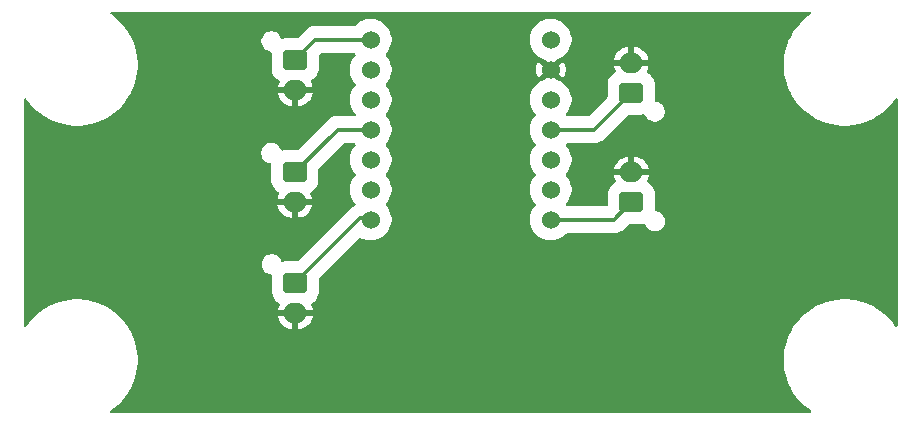
<source format=gbl>
G04 #@! TF.GenerationSoftware,KiCad,Pcbnew,9.0.0-9.0.0-2~ubuntu24.04.1*
G04 #@! TF.CreationDate,2025-03-14T16:09:41-04:00*
G04 #@! TF.ProjectId,RiftBox,52696674-426f-4782-9e6b-696361645f70,rev?*
G04 #@! TF.SameCoordinates,Original*
G04 #@! TF.FileFunction,Copper,L2,Bot*
G04 #@! TF.FilePolarity,Positive*
%FSLAX46Y46*%
G04 Gerber Fmt 4.6, Leading zero omitted, Abs format (unit mm)*
G04 Created by KiCad (PCBNEW 9.0.0-9.0.0-2~ubuntu24.04.1) date 2025-03-14 16:09:41*
%MOMM*%
%LPD*%
G01*
G04 APERTURE LIST*
G04 Aperture macros list*
%AMRoundRect*
0 Rectangle with rounded corners*
0 $1 Rounding radius*
0 $2 $3 $4 $5 $6 $7 $8 $9 X,Y pos of 4 corners*
0 Add a 4 corners polygon primitive as box body*
4,1,4,$2,$3,$4,$5,$6,$7,$8,$9,$2,$3,0*
0 Add four circle primitives for the rounded corners*
1,1,$1+$1,$2,$3*
1,1,$1+$1,$4,$5*
1,1,$1+$1,$6,$7*
1,1,$1+$1,$8,$9*
0 Add four rect primitives between the rounded corners*
20,1,$1+$1,$2,$3,$4,$5,0*
20,1,$1+$1,$4,$5,$6,$7,0*
20,1,$1+$1,$6,$7,$8,$9,0*
20,1,$1+$1,$8,$9,$2,$3,0*%
G04 Aperture macros list end*
G04 #@! TA.AperFunction,ComponentPad*
%ADD10O,2.000000X1.700000*%
G04 #@! TD*
G04 #@! TA.AperFunction,ComponentPad*
%ADD11RoundRect,0.250000X-0.750000X0.600000X-0.750000X-0.600000X0.750000X-0.600000X0.750000X0.600000X0*%
G04 #@! TD*
G04 #@! TA.AperFunction,ComponentPad*
%ADD12RoundRect,0.250000X0.750000X-0.600000X0.750000X0.600000X-0.750000X0.600000X-0.750000X-0.600000X0*%
G04 #@! TD*
G04 #@! TA.AperFunction,ComponentPad*
%ADD13C,1.524000*%
G04 #@! TD*
G04 #@! TA.AperFunction,Conductor*
%ADD14C,0.300000*%
G04 #@! TD*
G04 APERTURE END LIST*
D10*
X148500000Y-76040000D03*
D11*
X148500000Y-73500000D03*
X148480000Y-54620000D03*
D10*
X148480000Y-57160000D03*
D11*
X148455000Y-64080000D03*
D10*
X148455000Y-66620000D03*
D12*
X176930000Y-57370000D03*
D10*
X176930000Y-54830000D03*
D12*
X176955000Y-66660000D03*
D10*
X176955000Y-64120000D03*
D13*
X170120000Y-52880000D03*
X170120000Y-55420000D03*
X170120000Y-57960000D03*
X170120000Y-60500000D03*
X170120000Y-63040000D03*
X170120000Y-65580000D03*
X170120000Y-68120000D03*
X154880000Y-68120000D03*
X154880000Y-65580000D03*
X154880000Y-63040000D03*
X154880000Y-60500000D03*
X154880000Y-57960000D03*
X154880000Y-55420000D03*
X154880000Y-52880000D03*
D14*
X170080000Y-55420000D02*
X170000000Y-55500000D01*
X170120000Y-55420000D02*
X170080000Y-55420000D01*
X154760000Y-68000000D02*
X154000000Y-68000000D01*
X154880000Y-68120000D02*
X154760000Y-68000000D01*
X154000000Y-68000000D02*
X148500000Y-73500000D01*
X170120000Y-60500000D02*
X173800000Y-60500000D01*
X148455000Y-64120000D02*
X152075000Y-60500000D01*
X170120000Y-68120000D02*
X175495000Y-68120000D01*
X173800000Y-60500000D02*
X176930000Y-57370000D01*
X152075000Y-60500000D02*
X154880000Y-60500000D01*
X150195000Y-52880000D02*
X154880000Y-52880000D01*
X175495000Y-68120000D02*
X176955000Y-66660000D01*
X148480000Y-54595000D02*
X150195000Y-52880000D01*
X148480000Y-54620000D02*
X148480000Y-54595000D01*
X148455000Y-64080000D02*
X148455000Y-64120000D01*
G04 #@! TA.AperFunction,Conductor*
G36*
X192120090Y-50520185D02*
G01*
X192165845Y-50572989D01*
X192175789Y-50642147D01*
X192146764Y-50705703D01*
X192124175Y-50726075D01*
X191861580Y-50909945D01*
X191517055Y-51199037D01*
X191199037Y-51517055D01*
X190909941Y-51861585D01*
X190651985Y-52229984D01*
X190651969Y-52230010D01*
X190427101Y-52619491D01*
X190427093Y-52619506D01*
X190237029Y-53027101D01*
X190237026Y-53027107D01*
X190237025Y-53027111D01*
X190209123Y-53103771D01*
X190083197Y-53449749D01*
X189966799Y-53884158D01*
X189966796Y-53884171D01*
X189888698Y-54327081D01*
X189849500Y-54775120D01*
X189849500Y-55224879D01*
X189888698Y-55672918D01*
X189966796Y-56115828D01*
X189966799Y-56115841D01*
X190083197Y-56550250D01*
X190083200Y-56550260D01*
X190083201Y-56550261D01*
X190237025Y-56972889D01*
X190237028Y-56972896D01*
X190237029Y-56972898D01*
X190427093Y-57380493D01*
X190427101Y-57380508D01*
X190562724Y-57615412D01*
X190651974Y-57769998D01*
X190651978Y-57770004D01*
X190651985Y-57770015D01*
X190909941Y-58138414D01*
X191049376Y-58304585D01*
X191199035Y-58482942D01*
X191517058Y-58800965D01*
X191618671Y-58886228D01*
X191861585Y-59090058D01*
X192229984Y-59348014D01*
X192229991Y-59348018D01*
X192230002Y-59348026D01*
X192525628Y-59518706D01*
X192619491Y-59572898D01*
X192619506Y-59572906D01*
X192800659Y-59657378D01*
X193027111Y-59762975D01*
X193449739Y-59916799D01*
X193449745Y-59916800D01*
X193449749Y-59916802D01*
X193568052Y-59948500D01*
X193884166Y-60033203D01*
X194327084Y-60111302D01*
X194775122Y-60150499D01*
X194775123Y-60150500D01*
X194775124Y-60150500D01*
X195224877Y-60150500D01*
X195224877Y-60150499D01*
X195672916Y-60111302D01*
X196115834Y-60033203D01*
X196550261Y-59916799D01*
X196972889Y-59762975D01*
X197380502Y-59572902D01*
X197769998Y-59348026D01*
X198138413Y-59090059D01*
X198482942Y-58800965D01*
X198800965Y-58482942D01*
X199090059Y-58138413D01*
X199273925Y-57875824D01*
X199328502Y-57832200D01*
X199398000Y-57825006D01*
X199460355Y-57856529D01*
X199495769Y-57916759D01*
X199499500Y-57946948D01*
X199499500Y-77053051D01*
X199479815Y-77120090D01*
X199427011Y-77165845D01*
X199357853Y-77175789D01*
X199294297Y-77146764D01*
X199273925Y-77124175D01*
X199224123Y-77053051D01*
X199090059Y-76861587D01*
X199090058Y-76861586D01*
X199090054Y-76861580D01*
X198835501Y-76558217D01*
X198800965Y-76517058D01*
X198482942Y-76199035D01*
X198371860Y-76105826D01*
X198138414Y-75909941D01*
X197770015Y-75651985D01*
X197770004Y-75651978D01*
X197769998Y-75651974D01*
X197576054Y-75540000D01*
X197380508Y-75427101D01*
X197380493Y-75427093D01*
X196972898Y-75237029D01*
X196972896Y-75237028D01*
X196972889Y-75237025D01*
X196550261Y-75083201D01*
X196550260Y-75083200D01*
X196550250Y-75083197D01*
X196115841Y-74966799D01*
X196115844Y-74966799D01*
X196115834Y-74966797D01*
X196053300Y-74955770D01*
X195672918Y-74888698D01*
X195224879Y-74849500D01*
X195224876Y-74849500D01*
X194775124Y-74849500D01*
X194775120Y-74849500D01*
X194327081Y-74888698D01*
X193884171Y-74966796D01*
X193884168Y-74966796D01*
X193884166Y-74966797D01*
X193884161Y-74966798D01*
X193884158Y-74966799D01*
X193449749Y-75083197D01*
X193238425Y-75160113D01*
X193027111Y-75237025D01*
X193027107Y-75237026D01*
X193027101Y-75237029D01*
X192619506Y-75427093D01*
X192619491Y-75427101D01*
X192230010Y-75651969D01*
X192229984Y-75651985D01*
X191861585Y-75909941D01*
X191517055Y-76199037D01*
X191199037Y-76517055D01*
X190909941Y-76861585D01*
X190651985Y-77229984D01*
X190651969Y-77230010D01*
X190427101Y-77619491D01*
X190427093Y-77619506D01*
X190237029Y-78027101D01*
X190083197Y-78449749D01*
X189966799Y-78884158D01*
X189966796Y-78884171D01*
X189888698Y-79327081D01*
X189849500Y-79775120D01*
X189849500Y-80224879D01*
X189888698Y-80672918D01*
X189966796Y-81115828D01*
X189966799Y-81115841D01*
X190083197Y-81550250D01*
X190083200Y-81550260D01*
X190083201Y-81550261D01*
X190237025Y-81972889D01*
X190237028Y-81972896D01*
X190237029Y-81972898D01*
X190427093Y-82380493D01*
X190427101Y-82380508D01*
X190585162Y-82654276D01*
X190651974Y-82769998D01*
X190651978Y-82770004D01*
X190651985Y-82770015D01*
X190909941Y-83138414D01*
X191118899Y-83387440D01*
X191199035Y-83482942D01*
X191517058Y-83800965D01*
X191639661Y-83903841D01*
X191861580Y-84090054D01*
X192124175Y-84273925D01*
X192167799Y-84328502D01*
X192174992Y-84398001D01*
X192143470Y-84460355D01*
X192083240Y-84495769D01*
X192053051Y-84499500D01*
X132946949Y-84499500D01*
X132879910Y-84479815D01*
X132834155Y-84427011D01*
X132824211Y-84357853D01*
X132853236Y-84294297D01*
X132875825Y-84273925D01*
X133138413Y-84090059D01*
X133482942Y-83800965D01*
X133800965Y-83482942D01*
X134090059Y-83138413D01*
X134348026Y-82769998D01*
X134572902Y-82380502D01*
X134762975Y-81972889D01*
X134916799Y-81550261D01*
X135033203Y-81115834D01*
X135111302Y-80672916D01*
X135150500Y-80224876D01*
X135150500Y-79775124D01*
X135111302Y-79327084D01*
X135033203Y-78884166D01*
X134916799Y-78449739D01*
X134762975Y-78027111D01*
X134572902Y-77619498D01*
X134348026Y-77230002D01*
X134348018Y-77229991D01*
X134348014Y-77229984D01*
X134090058Y-76861585D01*
X133835501Y-76558217D01*
X133800965Y-76517058D01*
X133482942Y-76199035D01*
X133371860Y-76105826D01*
X133138414Y-75909941D01*
X132770015Y-75651985D01*
X132770004Y-75651978D01*
X132769998Y-75651974D01*
X132576054Y-75540000D01*
X132380508Y-75427101D01*
X132380493Y-75427093D01*
X131972898Y-75237029D01*
X131972896Y-75237028D01*
X131972889Y-75237025D01*
X131550261Y-75083201D01*
X131550260Y-75083200D01*
X131550250Y-75083197D01*
X131115841Y-74966799D01*
X131115844Y-74966799D01*
X131115834Y-74966797D01*
X131053300Y-74955770D01*
X130672918Y-74888698D01*
X130224879Y-74849500D01*
X130224876Y-74849500D01*
X129775124Y-74849500D01*
X129775120Y-74849500D01*
X129327081Y-74888698D01*
X128884171Y-74966796D01*
X128884168Y-74966796D01*
X128884166Y-74966797D01*
X128884161Y-74966798D01*
X128884158Y-74966799D01*
X128449749Y-75083197D01*
X128238425Y-75160113D01*
X128027111Y-75237025D01*
X128027107Y-75237026D01*
X128027101Y-75237029D01*
X127619506Y-75427093D01*
X127619491Y-75427101D01*
X127230010Y-75651969D01*
X127229984Y-75651985D01*
X126861585Y-75909941D01*
X126517055Y-76199037D01*
X126199037Y-76517055D01*
X125909945Y-76861580D01*
X125726075Y-77124175D01*
X125671498Y-77167799D01*
X125601999Y-77174992D01*
X125539645Y-77143470D01*
X125504231Y-77083240D01*
X125500500Y-77053051D01*
X125500500Y-62396228D01*
X145604500Y-62396228D01*
X145604500Y-62563771D01*
X145637182Y-62728074D01*
X145637184Y-62728082D01*
X145701295Y-62882860D01*
X145794373Y-63022162D01*
X145912837Y-63140626D01*
X146005494Y-63202537D01*
X146052137Y-63233703D01*
X146206918Y-63297816D01*
X146282028Y-63312756D01*
X146354691Y-63327210D01*
X146416602Y-63359594D01*
X146451176Y-63420310D01*
X146454500Y-63448827D01*
X146454500Y-64744208D01*
X146454501Y-64744223D01*
X146464904Y-64876413D01*
X146464905Y-64876420D01*
X146519902Y-65094678D01*
X146519903Y-65094681D01*
X146612991Y-65299622D01*
X146612997Y-65299632D01*
X146741174Y-65484645D01*
X146741178Y-65484650D01*
X146741181Y-65484654D01*
X146900346Y-65643819D01*
X146900350Y-65643822D01*
X146900354Y-65643825D01*
X147060220Y-65754580D01*
X147085374Y-65772007D01*
X147085385Y-65772012D01*
X147088182Y-65773599D01*
X147089221Y-65774673D01*
X147089952Y-65775179D01*
X147089851Y-65775323D01*
X147136780Y-65823799D01*
X147150523Y-65892303D01*
X147137484Y-65937749D01*
X147053904Y-66101782D01*
X146988242Y-66303870D01*
X146988242Y-66303873D01*
X146977769Y-66370000D01*
X148021988Y-66370000D01*
X147989075Y-66427007D01*
X147955000Y-66554174D01*
X147955000Y-66685826D01*
X147989075Y-66812993D01*
X148021988Y-66870000D01*
X146977769Y-66870000D01*
X146988242Y-66936126D01*
X146988242Y-66936129D01*
X147053904Y-67138217D01*
X147150379Y-67327557D01*
X147275272Y-67499459D01*
X147275276Y-67499464D01*
X147425535Y-67649723D01*
X147425540Y-67649727D01*
X147597442Y-67774620D01*
X147786782Y-67871095D01*
X147988870Y-67936757D01*
X148198754Y-67970000D01*
X148205000Y-67970000D01*
X148205000Y-67053012D01*
X148262007Y-67085925D01*
X148389174Y-67120000D01*
X148520826Y-67120000D01*
X148647993Y-67085925D01*
X148705000Y-67053012D01*
X148705000Y-67970000D01*
X148711246Y-67970000D01*
X148921127Y-67936757D01*
X148921130Y-67936757D01*
X149123217Y-67871095D01*
X149312557Y-67774620D01*
X149484459Y-67649727D01*
X149484464Y-67649723D01*
X149634723Y-67499464D01*
X149634727Y-67499459D01*
X149759620Y-67327557D01*
X149856095Y-67138217D01*
X149921757Y-66936129D01*
X149921757Y-66936126D01*
X149932231Y-66870000D01*
X148888012Y-66870000D01*
X148920925Y-66812993D01*
X148955000Y-66685826D01*
X148955000Y-66554174D01*
X148920925Y-66427007D01*
X148888012Y-66370000D01*
X149932231Y-66370000D01*
X149921757Y-66303873D01*
X149921757Y-66303870D01*
X149856095Y-66101782D01*
X149772516Y-65937750D01*
X149759620Y-65869081D01*
X149785896Y-65804341D01*
X149821807Y-65773606D01*
X149824611Y-65772013D01*
X149824626Y-65772007D01*
X150009654Y-65643819D01*
X150168819Y-65484654D01*
X150297007Y-65299626D01*
X150390096Y-65094683D01*
X150445096Y-64876412D01*
X150455500Y-64744217D01*
X150455499Y-63797913D01*
X150475183Y-63730875D01*
X150491813Y-63710238D01*
X152515234Y-61686819D01*
X152576557Y-61653334D01*
X152602915Y-61650500D01*
X153477585Y-61650500D01*
X153544624Y-61670185D01*
X153590379Y-61722989D01*
X153600323Y-61792147D01*
X153571298Y-61855703D01*
X153565266Y-61862181D01*
X153552043Y-61875403D01*
X153552037Y-61875410D01*
X153411389Y-62058706D01*
X153295871Y-62258789D01*
X153295864Y-62258804D01*
X153207454Y-62472246D01*
X153147658Y-62695412D01*
X153147655Y-62695425D01*
X153117501Y-62924470D01*
X153117500Y-62924486D01*
X153117500Y-63155513D01*
X153117501Y-63155529D01*
X153147655Y-63384574D01*
X153147656Y-63384579D01*
X153147657Y-63384585D01*
X153205854Y-63601782D01*
X153207454Y-63607753D01*
X153295864Y-63821195D01*
X153295871Y-63821210D01*
X153411389Y-64021293D01*
X153552037Y-64204589D01*
X153552043Y-64204596D01*
X153569766Y-64222319D01*
X153603251Y-64283642D01*
X153598267Y-64353334D01*
X153569766Y-64397681D01*
X153552043Y-64415403D01*
X153552037Y-64415410D01*
X153411389Y-64598706D01*
X153295871Y-64798789D01*
X153295864Y-64798804D01*
X153207454Y-65012246D01*
X153147658Y-65235412D01*
X153147655Y-65235425D01*
X153117501Y-65464470D01*
X153117500Y-65464486D01*
X153117500Y-65695513D01*
X153117501Y-65695529D01*
X153147655Y-65924574D01*
X153147656Y-65924579D01*
X153147657Y-65924585D01*
X153195136Y-66101782D01*
X153207454Y-66147753D01*
X153295864Y-66361195D01*
X153295871Y-66361210D01*
X153411389Y-66561293D01*
X153552037Y-66744589D01*
X153552043Y-66744596D01*
X153558825Y-66751378D01*
X153592310Y-66812701D01*
X153587326Y-66882393D01*
X153545454Y-66938326D01*
X153527440Y-66949543D01*
X153397004Y-67016004D01*
X153250505Y-67122441D01*
X153250500Y-67122445D01*
X153120751Y-67252195D01*
X148759764Y-71613181D01*
X148698441Y-71646666D01*
X148672083Y-71649500D01*
X147685791Y-71649500D01*
X147685776Y-71649501D01*
X147553588Y-71659904D01*
X147446961Y-71686772D01*
X147377144Y-71684064D01*
X147319874Y-71644040D01*
X147302102Y-71613982D01*
X147253705Y-71497141D01*
X147253704Y-71497139D01*
X147160626Y-71357837D01*
X147042162Y-71239373D01*
X146902860Y-71146295D01*
X146748082Y-71082184D01*
X146748074Y-71082182D01*
X146583771Y-71049500D01*
X146583767Y-71049500D01*
X146416233Y-71049500D01*
X146416228Y-71049500D01*
X146251925Y-71082182D01*
X146251917Y-71082184D01*
X146097139Y-71146295D01*
X145957837Y-71239373D01*
X145839373Y-71357837D01*
X145746295Y-71497139D01*
X145682184Y-71651917D01*
X145682182Y-71651925D01*
X145649500Y-71816228D01*
X145649500Y-71983771D01*
X145682182Y-72148074D01*
X145682184Y-72148082D01*
X145746295Y-72302860D01*
X145839373Y-72442162D01*
X145957837Y-72560626D01*
X146050494Y-72622537D01*
X146097137Y-72653703D01*
X146251918Y-72717816D01*
X146327028Y-72732756D01*
X146399691Y-72747210D01*
X146461602Y-72779594D01*
X146496176Y-72840310D01*
X146499500Y-72868827D01*
X146499500Y-74164208D01*
X146499501Y-74164223D01*
X146509904Y-74296413D01*
X146509905Y-74296420D01*
X146564902Y-74514678D01*
X146564903Y-74514681D01*
X146657991Y-74719622D01*
X146657997Y-74719632D01*
X146786174Y-74904645D01*
X146786178Y-74904650D01*
X146786181Y-74904654D01*
X146945346Y-75063819D01*
X146945350Y-75063822D01*
X146945354Y-75063825D01*
X146973316Y-75083197D01*
X147130374Y-75192007D01*
X147130385Y-75192012D01*
X147133182Y-75193599D01*
X147134221Y-75194673D01*
X147134952Y-75195179D01*
X147134851Y-75195323D01*
X147181780Y-75243799D01*
X147195523Y-75312303D01*
X147182484Y-75357749D01*
X147098904Y-75521782D01*
X147033242Y-75723870D01*
X147033242Y-75723873D01*
X147022769Y-75790000D01*
X148066988Y-75790000D01*
X148034075Y-75847007D01*
X148000000Y-75974174D01*
X148000000Y-76105826D01*
X148034075Y-76232993D01*
X148066988Y-76290000D01*
X147022769Y-76290000D01*
X147033242Y-76356126D01*
X147033242Y-76356129D01*
X147098904Y-76558217D01*
X147195379Y-76747557D01*
X147320272Y-76919459D01*
X147320276Y-76919464D01*
X147470535Y-77069723D01*
X147470540Y-77069727D01*
X147642442Y-77194620D01*
X147831782Y-77291095D01*
X148033870Y-77356757D01*
X148243754Y-77390000D01*
X148250000Y-77390000D01*
X148250000Y-76473012D01*
X148307007Y-76505925D01*
X148434174Y-76540000D01*
X148565826Y-76540000D01*
X148692993Y-76505925D01*
X148750000Y-76473012D01*
X148750000Y-77390000D01*
X148756246Y-77390000D01*
X148966127Y-77356757D01*
X148966130Y-77356757D01*
X149168217Y-77291095D01*
X149357557Y-77194620D01*
X149529459Y-77069727D01*
X149529464Y-77069723D01*
X149679723Y-76919464D01*
X149679727Y-76919459D01*
X149804620Y-76747557D01*
X149901095Y-76558217D01*
X149966757Y-76356129D01*
X149966757Y-76356126D01*
X149977231Y-76290000D01*
X148933012Y-76290000D01*
X148965925Y-76232993D01*
X149000000Y-76105826D01*
X149000000Y-75974174D01*
X148965925Y-75847007D01*
X148933012Y-75790000D01*
X149977231Y-75790000D01*
X149966757Y-75723873D01*
X149966757Y-75723870D01*
X149901095Y-75521782D01*
X149817516Y-75357750D01*
X149804620Y-75289081D01*
X149830896Y-75224341D01*
X149866807Y-75193606D01*
X149869611Y-75192013D01*
X149869626Y-75192007D01*
X150054654Y-75063819D01*
X150213819Y-74904654D01*
X150342007Y-74719626D01*
X150435096Y-74514683D01*
X150490096Y-74296412D01*
X150500500Y-74164217D01*
X150500499Y-73177913D01*
X150520183Y-73110875D01*
X150536813Y-73090238D01*
X153920016Y-69707034D01*
X153981337Y-69673551D01*
X154051029Y-69678535D01*
X154069694Y-69687329D01*
X154098793Y-69704130D01*
X154098798Y-69704132D01*
X154098802Y-69704134D01*
X154166494Y-69732172D01*
X154312247Y-69792546D01*
X154535415Y-69852343D01*
X154764480Y-69882500D01*
X154764487Y-69882500D01*
X154995513Y-69882500D01*
X154995520Y-69882500D01*
X155224585Y-69852343D01*
X155447753Y-69792546D01*
X155661207Y-69704130D01*
X155861294Y-69588610D01*
X156044591Y-69447961D01*
X156207961Y-69284591D01*
X156348610Y-69101294D01*
X156464130Y-68901207D01*
X156552546Y-68687753D01*
X156612343Y-68464585D01*
X156642500Y-68235520D01*
X156642500Y-68004480D01*
X156612343Y-67775415D01*
X156552546Y-67552247D01*
X156464130Y-67338793D01*
X156348610Y-67138706D01*
X156308110Y-67085925D01*
X156207962Y-66955410D01*
X156190235Y-66937683D01*
X156156748Y-66876361D01*
X156161731Y-66806669D01*
X156190235Y-66762317D01*
X156194733Y-66757819D01*
X156207961Y-66744591D01*
X156348610Y-66561294D01*
X156464130Y-66361207D01*
X156552546Y-66147753D01*
X156612343Y-65924585D01*
X156642500Y-65695520D01*
X156642500Y-65464480D01*
X156612343Y-65235415D01*
X156552546Y-65012247D01*
X156472875Y-64819904D01*
X156464135Y-64798804D01*
X156464128Y-64798789D01*
X156348610Y-64598706D01*
X156207962Y-64415410D01*
X156190235Y-64397683D01*
X156156748Y-64336361D01*
X156161731Y-64266669D01*
X156190235Y-64222317D01*
X156207961Y-64204591D01*
X156348610Y-64021294D01*
X156464130Y-63821207D01*
X156552546Y-63607753D01*
X156612343Y-63384585D01*
X156642500Y-63155520D01*
X156642500Y-62924480D01*
X156612343Y-62695415D01*
X156552546Y-62472247D01*
X156467435Y-62266772D01*
X156464135Y-62258804D01*
X156464128Y-62258789D01*
X156348610Y-62058706D01*
X156207962Y-61875410D01*
X156190235Y-61857683D01*
X156156748Y-61796361D01*
X156161731Y-61726669D01*
X156190235Y-61682317D01*
X156197319Y-61675233D01*
X156207961Y-61664591D01*
X156348610Y-61481294D01*
X156464130Y-61281207D01*
X156552546Y-61067753D01*
X156612343Y-60844585D01*
X156642500Y-60615520D01*
X156642500Y-60384480D01*
X156612343Y-60155415D01*
X156552546Y-59932247D01*
X156492721Y-59787817D01*
X156464135Y-59718804D01*
X156464128Y-59718789D01*
X156348610Y-59518706D01*
X156207962Y-59335410D01*
X156190235Y-59317683D01*
X156156748Y-59256361D01*
X156161731Y-59186669D01*
X156190235Y-59142317D01*
X156194733Y-59137819D01*
X156207961Y-59124591D01*
X156348610Y-58941294D01*
X156464130Y-58741207D01*
X156552546Y-58527753D01*
X156612343Y-58304585D01*
X156642500Y-58075520D01*
X156642500Y-57844480D01*
X156612343Y-57615415D01*
X156552546Y-57392247D01*
X156464130Y-57178793D01*
X156348610Y-56978706D01*
X156207961Y-56795409D01*
X156190235Y-56777683D01*
X156156748Y-56716361D01*
X156161731Y-56646669D01*
X156190235Y-56602317D01*
X156207961Y-56584591D01*
X156348610Y-56401294D01*
X156464130Y-56201207D01*
X156465666Y-56197500D01*
X156471334Y-56183815D01*
X156552546Y-55987753D01*
X156612343Y-55764585D01*
X156642500Y-55535520D01*
X156642500Y-55304480D01*
X156612343Y-55075415D01*
X156552546Y-54852247D01*
X156498298Y-54721282D01*
X156464135Y-54638804D01*
X156464128Y-54638789D01*
X156348610Y-54438706D01*
X156207962Y-54255410D01*
X156190235Y-54237683D01*
X156156748Y-54176361D01*
X156161731Y-54106669D01*
X156190235Y-54062317D01*
X156207961Y-54044591D01*
X156348610Y-53861294D01*
X156464130Y-53661207D01*
X156552546Y-53447753D01*
X156612343Y-53224585D01*
X156642500Y-52995520D01*
X156642500Y-52764486D01*
X168357500Y-52764486D01*
X168357500Y-52995513D01*
X168357501Y-52995529D01*
X168387655Y-53224574D01*
X168387656Y-53224579D01*
X168387657Y-53224585D01*
X168387658Y-53224587D01*
X168447454Y-53447753D01*
X168535864Y-53661195D01*
X168535871Y-53661210D01*
X168651389Y-53861293D01*
X168792037Y-54044589D01*
X168792043Y-54044596D01*
X168955403Y-54207956D01*
X168955410Y-54207962D01*
X169138706Y-54348610D01*
X169338789Y-54464128D01*
X169338790Y-54464128D01*
X169338793Y-54464130D01*
X169552247Y-54552546D01*
X169593717Y-54563657D01*
X169649304Y-54595751D01*
X170035906Y-54982352D01*
X169948429Y-55005792D01*
X169847070Y-55064311D01*
X169764311Y-55147070D01*
X169705792Y-55248429D01*
X169682352Y-55335905D01*
X169067730Y-54721282D01*
X169067729Y-54721283D01*
X169040643Y-54758564D01*
X168950457Y-54935562D01*
X168889075Y-55124476D01*
X168889075Y-55124479D01*
X168858000Y-55320678D01*
X168858000Y-55519321D01*
X168889075Y-55715520D01*
X168889075Y-55715523D01*
X168950457Y-55904437D01*
X169040641Y-56081432D01*
X169067730Y-56118715D01*
X169067731Y-56118716D01*
X169682352Y-55504094D01*
X169705792Y-55591571D01*
X169764311Y-55692930D01*
X169847070Y-55775689D01*
X169948429Y-55834208D01*
X170035905Y-55857647D01*
X169649303Y-56244248D01*
X169593717Y-56276341D01*
X169552253Y-56287451D01*
X169338799Y-56375867D01*
X169338789Y-56375871D01*
X169138706Y-56491389D01*
X168955410Y-56632037D01*
X168955403Y-56632043D01*
X168792043Y-56795403D01*
X168792037Y-56795410D01*
X168651389Y-56978706D01*
X168535871Y-57178789D01*
X168535864Y-57178804D01*
X168447454Y-57392246D01*
X168387658Y-57615412D01*
X168387655Y-57615425D01*
X168357501Y-57844470D01*
X168357500Y-57844486D01*
X168357500Y-58075513D01*
X168357501Y-58075529D01*
X168387655Y-58304574D01*
X168387656Y-58304579D01*
X168387657Y-58304585D01*
X168390346Y-58314620D01*
X168447454Y-58527753D01*
X168535864Y-58741195D01*
X168535871Y-58741210D01*
X168651389Y-58941293D01*
X168792037Y-59124589D01*
X168792043Y-59124596D01*
X168809766Y-59142319D01*
X168843251Y-59203642D01*
X168838267Y-59273334D01*
X168809766Y-59317681D01*
X168792043Y-59335403D01*
X168792037Y-59335410D01*
X168651389Y-59518706D01*
X168535871Y-59718789D01*
X168535864Y-59718804D01*
X168447454Y-59932246D01*
X168387658Y-60155412D01*
X168387655Y-60155425D01*
X168357501Y-60384470D01*
X168357500Y-60384486D01*
X168357500Y-60615513D01*
X168357501Y-60615529D01*
X168387655Y-60844574D01*
X168387656Y-60844579D01*
X168387657Y-60844585D01*
X168387658Y-60844587D01*
X168447454Y-61067753D01*
X168535864Y-61281195D01*
X168535871Y-61281210D01*
X168651389Y-61481293D01*
X168792037Y-61664589D01*
X168792043Y-61664596D01*
X168809766Y-61682319D01*
X168843251Y-61743642D01*
X168838267Y-61813334D01*
X168809766Y-61857681D01*
X168792043Y-61875403D01*
X168792037Y-61875410D01*
X168651389Y-62058706D01*
X168535871Y-62258789D01*
X168535864Y-62258804D01*
X168447454Y-62472246D01*
X168387658Y-62695412D01*
X168387655Y-62695425D01*
X168357501Y-62924470D01*
X168357500Y-62924486D01*
X168357500Y-63155513D01*
X168357501Y-63155529D01*
X168387655Y-63384574D01*
X168387656Y-63384579D01*
X168387657Y-63384585D01*
X168445854Y-63601782D01*
X168447454Y-63607753D01*
X168535864Y-63821195D01*
X168535871Y-63821210D01*
X168651389Y-64021293D01*
X168792037Y-64204589D01*
X168792043Y-64204596D01*
X168809766Y-64222319D01*
X168843251Y-64283642D01*
X168838267Y-64353334D01*
X168809766Y-64397681D01*
X168792043Y-64415403D01*
X168792037Y-64415410D01*
X168651389Y-64598706D01*
X168535871Y-64798789D01*
X168535864Y-64798804D01*
X168447454Y-65012246D01*
X168387658Y-65235412D01*
X168387655Y-65235425D01*
X168357501Y-65464470D01*
X168357500Y-65464486D01*
X168357500Y-65695513D01*
X168357501Y-65695529D01*
X168387655Y-65924574D01*
X168387656Y-65924579D01*
X168387657Y-65924585D01*
X168435136Y-66101782D01*
X168447454Y-66147753D01*
X168535864Y-66361195D01*
X168535871Y-66361210D01*
X168651389Y-66561293D01*
X168792037Y-66744589D01*
X168792043Y-66744596D01*
X168809766Y-66762319D01*
X168843251Y-66823642D01*
X168838267Y-66893334D01*
X168809766Y-66937681D01*
X168792043Y-66955403D01*
X168792037Y-66955410D01*
X168651389Y-67138706D01*
X168535871Y-67338789D01*
X168535864Y-67338804D01*
X168447454Y-67552246D01*
X168387658Y-67775412D01*
X168387655Y-67775425D01*
X168357501Y-68004470D01*
X168357500Y-68004486D01*
X168357500Y-68235513D01*
X168357501Y-68235529D01*
X168387655Y-68464574D01*
X168387656Y-68464579D01*
X168387657Y-68464585D01*
X168409476Y-68546016D01*
X168447454Y-68687753D01*
X168535864Y-68901195D01*
X168535871Y-68901210D01*
X168651389Y-69101293D01*
X168792037Y-69284589D01*
X168792043Y-69284596D01*
X168955403Y-69447956D01*
X168955410Y-69447962D01*
X169138706Y-69588610D01*
X169338789Y-69704128D01*
X169338804Y-69704135D01*
X169430787Y-69742235D01*
X169552247Y-69792546D01*
X169775415Y-69852343D01*
X170004480Y-69882500D01*
X170004487Y-69882500D01*
X170235513Y-69882500D01*
X170235520Y-69882500D01*
X170464585Y-69852343D01*
X170687753Y-69792546D01*
X170901207Y-69704130D01*
X171101294Y-69588610D01*
X171284591Y-69447961D01*
X171425734Y-69306817D01*
X171487055Y-69273334D01*
X171513414Y-69270500D01*
X175399319Y-69270500D01*
X175399343Y-69270501D01*
X175404454Y-69270501D01*
X175585545Y-69270501D01*
X175585546Y-69270501D01*
X175764409Y-69242171D01*
X175936639Y-69186211D01*
X176097994Y-69103996D01*
X176134028Y-69077816D01*
X176244501Y-68997553D01*
X176372553Y-68869501D01*
X176372554Y-68869499D01*
X176379614Y-68862439D01*
X176379620Y-68862432D01*
X176695234Y-68546818D01*
X176756557Y-68513333D01*
X176782915Y-68510499D01*
X177769208Y-68510499D01*
X177769216Y-68510499D01*
X177901412Y-68500096D01*
X178008039Y-68473228D01*
X178077854Y-68475935D01*
X178135124Y-68515958D01*
X178152897Y-68546016D01*
X178201295Y-68662860D01*
X178294373Y-68802162D01*
X178412837Y-68920626D01*
X178505494Y-68982537D01*
X178552137Y-69013703D01*
X178706918Y-69077816D01*
X178824946Y-69101293D01*
X178871228Y-69110499D01*
X178871232Y-69110500D01*
X178871233Y-69110500D01*
X179038768Y-69110500D01*
X179038769Y-69110499D01*
X179203082Y-69077816D01*
X179357863Y-69013703D01*
X179497162Y-68920626D01*
X179615626Y-68802162D01*
X179708703Y-68662863D01*
X179772816Y-68508082D01*
X179805500Y-68343767D01*
X179805500Y-68176233D01*
X179772816Y-68011918D01*
X179708703Y-67857137D01*
X179653567Y-67774620D01*
X179615626Y-67717837D01*
X179497162Y-67599373D01*
X179357860Y-67506295D01*
X179203082Y-67442184D01*
X179203076Y-67442182D01*
X179055307Y-67412789D01*
X178993397Y-67380404D01*
X178958822Y-67319688D01*
X178955499Y-67291180D01*
X178955499Y-65995784D01*
X178945096Y-65863588D01*
X178922019Y-65772007D01*
X178890097Y-65645321D01*
X178890096Y-65645318D01*
X178889415Y-65643819D01*
X178797007Y-65440374D01*
X178765297Y-65394603D01*
X178668825Y-65255354D01*
X178668822Y-65255350D01*
X178668819Y-65255346D01*
X178509654Y-65096181D01*
X178509650Y-65096178D01*
X178509645Y-65096174D01*
X178324632Y-64967997D01*
X178324630Y-64967996D01*
X178324626Y-64967993D01*
X178324620Y-64967990D01*
X178321812Y-64966397D01*
X178320771Y-64965322D01*
X178320048Y-64964821D01*
X178320147Y-64964677D01*
X178273217Y-64916196D01*
X178259476Y-64847690D01*
X178272516Y-64802249D01*
X178356094Y-64638219D01*
X178421757Y-64436129D01*
X178421757Y-64436126D01*
X178432231Y-64370000D01*
X177388012Y-64370000D01*
X177420925Y-64312993D01*
X177455000Y-64185826D01*
X177455000Y-64054174D01*
X177420925Y-63927007D01*
X177388012Y-63870000D01*
X178432231Y-63870000D01*
X178421757Y-63803873D01*
X178421757Y-63803870D01*
X178356095Y-63601782D01*
X178259620Y-63412442D01*
X178134727Y-63240540D01*
X178134723Y-63240535D01*
X177984464Y-63090276D01*
X177984459Y-63090272D01*
X177812557Y-62965379D01*
X177623217Y-62868904D01*
X177421129Y-62803242D01*
X177211246Y-62770000D01*
X177205000Y-62770000D01*
X177205000Y-63686988D01*
X177147993Y-63654075D01*
X177020826Y-63620000D01*
X176889174Y-63620000D01*
X176762007Y-63654075D01*
X176705000Y-63686988D01*
X176705000Y-62770000D01*
X176698754Y-62770000D01*
X176488872Y-62803242D01*
X176488869Y-62803242D01*
X176286782Y-62868904D01*
X176097442Y-62965379D01*
X175925540Y-63090272D01*
X175925535Y-63090276D01*
X175775276Y-63240535D01*
X175775272Y-63240540D01*
X175650379Y-63412442D01*
X175553904Y-63601782D01*
X175488242Y-63803870D01*
X175488242Y-63803873D01*
X175477769Y-63870000D01*
X176521988Y-63870000D01*
X176489075Y-63927007D01*
X176455000Y-64054174D01*
X176455000Y-64185826D01*
X176489075Y-64312993D01*
X176521988Y-64370000D01*
X175477769Y-64370000D01*
X175488242Y-64436126D01*
X175488242Y-64436129D01*
X175553904Y-64638217D01*
X175637483Y-64802249D01*
X175650379Y-64870918D01*
X175624103Y-64935659D01*
X175588202Y-64966387D01*
X175585373Y-64967992D01*
X175400354Y-65096174D01*
X175400342Y-65096184D01*
X175241184Y-65255342D01*
X175241174Y-65255354D01*
X175112997Y-65440367D01*
X175112991Y-65440377D01*
X175019903Y-65645318D01*
X175019902Y-65645321D01*
X174964905Y-65863579D01*
X174964904Y-65863586D01*
X174954501Y-65995776D01*
X174954500Y-65995783D01*
X174954500Y-66427007D01*
X174954501Y-66845500D01*
X174934817Y-66912539D01*
X174882013Y-66958294D01*
X174830501Y-66969500D01*
X171522415Y-66969500D01*
X171455376Y-66949815D01*
X171409621Y-66897011D01*
X171399677Y-66827853D01*
X171428702Y-66764297D01*
X171434734Y-66757819D01*
X171447956Y-66744596D01*
X171447958Y-66744594D01*
X171447961Y-66744591D01*
X171588610Y-66561294D01*
X171704130Y-66361207D01*
X171792546Y-66147753D01*
X171852343Y-65924585D01*
X171882500Y-65695520D01*
X171882500Y-65464480D01*
X171852343Y-65235415D01*
X171792546Y-65012247D01*
X171712875Y-64819904D01*
X171704135Y-64798804D01*
X171704128Y-64798789D01*
X171588610Y-64598706D01*
X171447962Y-64415410D01*
X171430235Y-64397683D01*
X171396748Y-64336361D01*
X171401731Y-64266669D01*
X171430235Y-64222317D01*
X171447961Y-64204591D01*
X171588610Y-64021294D01*
X171704130Y-63821207D01*
X171792546Y-63607753D01*
X171852343Y-63384585D01*
X171882500Y-63155520D01*
X171882500Y-62924480D01*
X171852343Y-62695415D01*
X171792546Y-62472247D01*
X171707435Y-62266772D01*
X171704135Y-62258804D01*
X171704128Y-62258789D01*
X171588610Y-62058706D01*
X171447962Y-61875410D01*
X171447956Y-61875403D01*
X171434734Y-61862181D01*
X171401249Y-61800858D01*
X171406233Y-61731166D01*
X171448105Y-61675233D01*
X171513569Y-61650816D01*
X171522415Y-61650500D01*
X173704319Y-61650500D01*
X173704343Y-61650501D01*
X173709454Y-61650501D01*
X173890545Y-61650501D01*
X173890546Y-61650501D01*
X174069409Y-61622171D01*
X174241639Y-61566211D01*
X174402994Y-61483996D01*
X174441706Y-61455870D01*
X174549501Y-61377553D01*
X174677553Y-61249501D01*
X174677554Y-61249499D01*
X174684614Y-61242439D01*
X174684620Y-61242432D01*
X176670234Y-59256818D01*
X176731557Y-59223333D01*
X176757915Y-59220499D01*
X177744208Y-59220499D01*
X177744216Y-59220499D01*
X177876412Y-59210096D01*
X177983039Y-59183228D01*
X178052854Y-59185935D01*
X178110124Y-59225958D01*
X178127897Y-59256016D01*
X178176295Y-59372860D01*
X178269373Y-59512162D01*
X178387837Y-59630626D01*
X178480494Y-59692537D01*
X178527137Y-59723703D01*
X178681918Y-59787816D01*
X178846228Y-59820499D01*
X178846232Y-59820500D01*
X178846233Y-59820500D01*
X179013768Y-59820500D01*
X179013769Y-59820499D01*
X179178082Y-59787816D01*
X179332863Y-59723703D01*
X179472162Y-59630626D01*
X179590626Y-59512162D01*
X179683703Y-59372863D01*
X179747816Y-59218082D01*
X179780500Y-59053767D01*
X179780500Y-58886233D01*
X179747816Y-58721918D01*
X179683703Y-58567137D01*
X179627447Y-58482944D01*
X179590626Y-58427837D01*
X179472162Y-58309373D01*
X179332860Y-58216295D01*
X179178082Y-58152184D01*
X179178076Y-58152182D01*
X179030307Y-58122789D01*
X178968397Y-58090404D01*
X178933822Y-58029688D01*
X178930499Y-58001180D01*
X178930499Y-56705784D01*
X178920096Y-56573588D01*
X178914215Y-56550250D01*
X178865097Y-56355321D01*
X178865096Y-56355318D01*
X178846864Y-56315179D01*
X178772007Y-56150374D01*
X178643819Y-55965346D01*
X178484654Y-55806181D01*
X178484650Y-55806178D01*
X178484645Y-55806174D01*
X178299632Y-55677997D01*
X178299630Y-55677996D01*
X178299626Y-55677993D01*
X178299620Y-55677990D01*
X178296812Y-55676397D01*
X178295771Y-55675322D01*
X178295048Y-55674821D01*
X178295147Y-55674677D01*
X178248217Y-55626196D01*
X178234476Y-55557690D01*
X178247516Y-55512249D01*
X178331094Y-55348219D01*
X178396757Y-55146129D01*
X178396757Y-55146126D01*
X178407231Y-55080000D01*
X177363012Y-55080000D01*
X177395925Y-55022993D01*
X177430000Y-54895826D01*
X177430000Y-54764174D01*
X177395925Y-54637007D01*
X177363012Y-54580000D01*
X178407231Y-54580000D01*
X178396757Y-54513873D01*
X178396757Y-54513870D01*
X178331095Y-54311782D01*
X178234620Y-54122442D01*
X178109727Y-53950540D01*
X178109723Y-53950535D01*
X177959464Y-53800276D01*
X177959459Y-53800272D01*
X177787557Y-53675379D01*
X177598217Y-53578904D01*
X177396129Y-53513242D01*
X177186246Y-53480000D01*
X177180000Y-53480000D01*
X177180000Y-54396988D01*
X177122993Y-54364075D01*
X176995826Y-54330000D01*
X176864174Y-54330000D01*
X176737007Y-54364075D01*
X176680000Y-54396988D01*
X176680000Y-53480000D01*
X176673754Y-53480000D01*
X176463872Y-53513242D01*
X176463869Y-53513242D01*
X176261782Y-53578904D01*
X176072442Y-53675379D01*
X175900540Y-53800272D01*
X175900535Y-53800276D01*
X175750276Y-53950535D01*
X175750272Y-53950540D01*
X175625379Y-54122442D01*
X175528904Y-54311782D01*
X175463242Y-54513870D01*
X175463242Y-54513873D01*
X175452769Y-54580000D01*
X176496988Y-54580000D01*
X176464075Y-54637007D01*
X176430000Y-54764174D01*
X176430000Y-54895826D01*
X176464075Y-55022993D01*
X176496988Y-55080000D01*
X175452769Y-55080000D01*
X175463242Y-55146126D01*
X175463242Y-55146129D01*
X175528904Y-55348217D01*
X175612483Y-55512249D01*
X175625379Y-55580918D01*
X175599103Y-55645659D01*
X175563202Y-55676387D01*
X175560373Y-55677992D01*
X175375354Y-55806174D01*
X175375342Y-55806184D01*
X175216184Y-55965342D01*
X175216174Y-55965354D01*
X175087997Y-56150367D01*
X175087991Y-56150377D01*
X174994903Y-56355318D01*
X174994902Y-56355321D01*
X174939905Y-56573579D01*
X174939904Y-56573586D01*
X174929500Y-56705777D01*
X174929500Y-57692084D01*
X174909815Y-57759123D01*
X174893181Y-57779765D01*
X173359766Y-59313181D01*
X173298443Y-59346666D01*
X173272085Y-59349500D01*
X171522415Y-59349500D01*
X171455376Y-59329815D01*
X171409621Y-59277011D01*
X171399677Y-59207853D01*
X171428702Y-59144297D01*
X171434734Y-59137819D01*
X171447956Y-59124596D01*
X171447958Y-59124594D01*
X171447961Y-59124591D01*
X171588610Y-58941294D01*
X171704130Y-58741207D01*
X171792546Y-58527753D01*
X171852343Y-58304585D01*
X171882500Y-58075520D01*
X171882500Y-57844480D01*
X171852343Y-57615415D01*
X171792546Y-57392247D01*
X171704130Y-57178793D01*
X171588610Y-56978706D01*
X171447961Y-56795409D01*
X171447956Y-56795403D01*
X171284596Y-56632043D01*
X171284589Y-56632037D01*
X171101293Y-56491389D01*
X170901210Y-56375871D01*
X170901200Y-56375867D01*
X170687749Y-56287452D01*
X170646279Y-56276340D01*
X170590694Y-56244247D01*
X170204095Y-55857647D01*
X170291571Y-55834208D01*
X170392930Y-55775689D01*
X170475689Y-55692930D01*
X170534208Y-55591571D01*
X170557647Y-55504094D01*
X171172268Y-56118715D01*
X171199362Y-56081425D01*
X171289542Y-55904437D01*
X171350924Y-55715523D01*
X171350924Y-55715520D01*
X171382000Y-55519321D01*
X171382000Y-55320678D01*
X171350924Y-55124479D01*
X171350924Y-55124476D01*
X171289542Y-54935562D01*
X171199358Y-54758567D01*
X171172268Y-54721283D01*
X170557647Y-55335904D01*
X170534208Y-55248429D01*
X170475689Y-55147070D01*
X170392930Y-55064311D01*
X170291571Y-55005792D01*
X170204094Y-54982352D01*
X170590694Y-54595751D01*
X170646280Y-54563658D01*
X170687753Y-54552546D01*
X170901207Y-54464130D01*
X171101294Y-54348610D01*
X171284591Y-54207961D01*
X171447961Y-54044591D01*
X171588610Y-53861294D01*
X171704130Y-53661207D01*
X171792546Y-53447753D01*
X171852343Y-53224585D01*
X171882500Y-52995520D01*
X171882500Y-52764480D01*
X171852343Y-52535415D01*
X171792546Y-52312247D01*
X171731904Y-52165845D01*
X171704135Y-52098804D01*
X171704128Y-52098789D01*
X171588610Y-51898706D01*
X171447962Y-51715410D01*
X171447956Y-51715403D01*
X171284596Y-51552043D01*
X171284589Y-51552037D01*
X171101293Y-51411389D01*
X170901210Y-51295871D01*
X170901195Y-51295864D01*
X170687753Y-51207454D01*
X170656340Y-51199037D01*
X170464585Y-51147657D01*
X170464579Y-51147656D01*
X170464574Y-51147655D01*
X170235529Y-51117501D01*
X170235526Y-51117500D01*
X170235520Y-51117500D01*
X170004480Y-51117500D01*
X170004474Y-51117500D01*
X170004470Y-51117501D01*
X169775425Y-51147655D01*
X169775418Y-51147656D01*
X169775415Y-51147657D01*
X169681087Y-51172931D01*
X169552246Y-51207454D01*
X169338804Y-51295864D01*
X169338789Y-51295871D01*
X169138706Y-51411389D01*
X168955410Y-51552037D01*
X168955403Y-51552043D01*
X168792043Y-51715403D01*
X168792037Y-51715410D01*
X168651389Y-51898706D01*
X168535871Y-52098789D01*
X168535864Y-52098804D01*
X168447454Y-52312246D01*
X168387658Y-52535412D01*
X168387655Y-52535425D01*
X168357501Y-52764470D01*
X168357500Y-52764486D01*
X156642500Y-52764486D01*
X156642500Y-52764480D01*
X156612343Y-52535415D01*
X156552546Y-52312247D01*
X156491904Y-52165845D01*
X156464135Y-52098804D01*
X156464128Y-52098789D01*
X156348610Y-51898706D01*
X156207962Y-51715410D01*
X156207956Y-51715403D01*
X156044596Y-51552043D01*
X156044589Y-51552037D01*
X155861293Y-51411389D01*
X155661210Y-51295871D01*
X155661195Y-51295864D01*
X155447753Y-51207454D01*
X155416340Y-51199037D01*
X155224585Y-51147657D01*
X155224579Y-51147656D01*
X155224574Y-51147655D01*
X154995529Y-51117501D01*
X154995526Y-51117500D01*
X154995520Y-51117500D01*
X154764480Y-51117500D01*
X154764474Y-51117500D01*
X154764470Y-51117501D01*
X154535425Y-51147655D01*
X154535418Y-51147656D01*
X154535415Y-51147657D01*
X154441087Y-51172931D01*
X154312246Y-51207454D01*
X154098804Y-51295864D01*
X154098789Y-51295871D01*
X153898706Y-51411389D01*
X153715411Y-51552036D01*
X153644839Y-51622608D01*
X153574265Y-51693182D01*
X153512945Y-51726666D01*
X153486586Y-51729500D01*
X150290681Y-51729500D01*
X150290657Y-51729499D01*
X150285546Y-51729499D01*
X150104453Y-51729499D01*
X150044832Y-51738942D01*
X149925589Y-51757829D01*
X149753363Y-51813787D01*
X149753360Y-51813788D01*
X149592002Y-51896006D01*
X149445505Y-52002441D01*
X149445500Y-52002445D01*
X149317444Y-52130502D01*
X148714764Y-52733181D01*
X148653441Y-52766666D01*
X148627083Y-52769500D01*
X147665791Y-52769500D01*
X147665776Y-52769501D01*
X147533588Y-52779904D01*
X147426961Y-52806772D01*
X147357144Y-52804064D01*
X147299874Y-52764040D01*
X147282102Y-52733982D01*
X147233705Y-52617141D01*
X147233704Y-52617139D01*
X147140626Y-52477837D01*
X147022162Y-52359373D01*
X146882860Y-52266295D01*
X146728082Y-52202184D01*
X146728074Y-52202182D01*
X146563771Y-52169500D01*
X146563767Y-52169500D01*
X146396233Y-52169500D01*
X146396228Y-52169500D01*
X146231925Y-52202182D01*
X146231917Y-52202184D01*
X146077139Y-52266295D01*
X145937837Y-52359373D01*
X145819373Y-52477837D01*
X145726295Y-52617139D01*
X145662184Y-52771917D01*
X145662182Y-52771925D01*
X145629500Y-52936228D01*
X145629500Y-53103771D01*
X145662182Y-53268074D01*
X145662184Y-53268082D01*
X145726295Y-53422860D01*
X145819373Y-53562162D01*
X145937837Y-53680626D01*
X146030494Y-53742537D01*
X146077137Y-53773703D01*
X146231918Y-53837816D01*
X146307028Y-53852756D01*
X146379691Y-53867210D01*
X146441602Y-53899594D01*
X146476176Y-53960310D01*
X146479500Y-53988827D01*
X146479500Y-55284208D01*
X146479501Y-55284223D01*
X146489904Y-55416413D01*
X146489905Y-55416420D01*
X146544902Y-55634678D01*
X146544903Y-55634681D01*
X146637991Y-55839622D01*
X146637997Y-55839632D01*
X146766174Y-56024645D01*
X146766178Y-56024650D01*
X146766181Y-56024654D01*
X146925346Y-56183819D01*
X146925350Y-56183822D01*
X146925354Y-56183825D01*
X146950448Y-56201210D01*
X147110374Y-56312007D01*
X147110385Y-56312012D01*
X147113182Y-56313599D01*
X147114221Y-56314673D01*
X147114952Y-56315179D01*
X147114851Y-56315323D01*
X147161780Y-56363799D01*
X147175523Y-56432303D01*
X147162484Y-56477749D01*
X147078904Y-56641782D01*
X147013242Y-56843870D01*
X147013242Y-56843873D01*
X147002769Y-56910000D01*
X148046988Y-56910000D01*
X148014075Y-56967007D01*
X147980000Y-57094174D01*
X147980000Y-57225826D01*
X148014075Y-57352993D01*
X148046988Y-57410000D01*
X147002769Y-57410000D01*
X147013242Y-57476126D01*
X147013242Y-57476129D01*
X147078904Y-57678217D01*
X147175379Y-57867557D01*
X147300272Y-58039459D01*
X147300276Y-58039464D01*
X147450535Y-58189723D01*
X147450540Y-58189727D01*
X147622442Y-58314620D01*
X147811782Y-58411095D01*
X148013870Y-58476757D01*
X148223754Y-58510000D01*
X148230000Y-58510000D01*
X148230000Y-57593012D01*
X148287007Y-57625925D01*
X148414174Y-57660000D01*
X148545826Y-57660000D01*
X148672993Y-57625925D01*
X148730000Y-57593012D01*
X148730000Y-58510000D01*
X148736246Y-58510000D01*
X148946127Y-58476757D01*
X148946130Y-58476757D01*
X149148217Y-58411095D01*
X149337557Y-58314620D01*
X149509459Y-58189727D01*
X149509464Y-58189723D01*
X149659723Y-58039464D01*
X149659727Y-58039459D01*
X149784620Y-57867557D01*
X149881095Y-57678217D01*
X149946757Y-57476129D01*
X149946757Y-57476126D01*
X149957231Y-57410000D01*
X148913012Y-57410000D01*
X148945925Y-57352993D01*
X148980000Y-57225826D01*
X148980000Y-57094174D01*
X148945925Y-56967007D01*
X148913012Y-56910000D01*
X149957231Y-56910000D01*
X149946757Y-56843873D01*
X149946757Y-56843870D01*
X149881095Y-56641782D01*
X149797516Y-56477750D01*
X149784620Y-56409081D01*
X149810896Y-56344341D01*
X149846807Y-56313606D01*
X149849611Y-56312013D01*
X149849626Y-56312007D01*
X150034654Y-56183819D01*
X150193819Y-56024654D01*
X150322007Y-55839626D01*
X150415096Y-55634683D01*
X150470096Y-55416412D01*
X150480500Y-55284217D01*
X150480499Y-54272914D01*
X150489145Y-54243468D01*
X150495667Y-54213488D01*
X150499420Y-54208474D01*
X150500183Y-54205876D01*
X150516813Y-54185239D01*
X150635235Y-54066817D01*
X150696557Y-54033334D01*
X150722915Y-54030500D01*
X153477585Y-54030500D01*
X153544624Y-54050185D01*
X153590379Y-54102989D01*
X153600323Y-54172147D01*
X153571298Y-54235703D01*
X153565266Y-54242181D01*
X153552043Y-54255403D01*
X153552037Y-54255410D01*
X153411389Y-54438706D01*
X153295871Y-54638789D01*
X153295864Y-54638804D01*
X153207454Y-54852246D01*
X153147658Y-55075412D01*
X153147655Y-55075425D01*
X153117501Y-55304470D01*
X153117500Y-55304486D01*
X153117500Y-55535513D01*
X153117501Y-55535529D01*
X153147655Y-55764574D01*
X153147656Y-55764579D01*
X153147657Y-55764585D01*
X153167763Y-55839622D01*
X153207454Y-55987753D01*
X153295864Y-56201195D01*
X153295871Y-56201210D01*
X153411389Y-56401293D01*
X153552037Y-56584589D01*
X153552043Y-56584596D01*
X153569766Y-56602319D01*
X153603251Y-56663642D01*
X153598267Y-56733334D01*
X153569766Y-56777681D01*
X153552043Y-56795403D01*
X153552037Y-56795410D01*
X153411389Y-56978706D01*
X153295871Y-57178789D01*
X153295864Y-57178804D01*
X153207454Y-57392246D01*
X153147658Y-57615412D01*
X153147655Y-57615425D01*
X153117501Y-57844470D01*
X153117500Y-57844486D01*
X153117500Y-58075513D01*
X153117501Y-58075529D01*
X153147655Y-58304574D01*
X153147656Y-58304579D01*
X153147657Y-58304585D01*
X153150346Y-58314620D01*
X153207454Y-58527753D01*
X153295864Y-58741195D01*
X153295871Y-58741210D01*
X153411389Y-58941293D01*
X153552037Y-59124589D01*
X153552043Y-59124596D01*
X153565266Y-59137819D01*
X153598751Y-59199142D01*
X153593767Y-59268834D01*
X153551895Y-59324767D01*
X153486431Y-59349184D01*
X153477585Y-59349500D01*
X152170681Y-59349500D01*
X152170657Y-59349499D01*
X152165546Y-59349499D01*
X151984453Y-59349499D01*
X151924832Y-59358942D01*
X151805589Y-59377829D01*
X151633363Y-59433787D01*
X151633360Y-59433788D01*
X151472002Y-59516006D01*
X151325505Y-59622441D01*
X151325500Y-59622445D01*
X151197444Y-59750502D01*
X148754764Y-62193181D01*
X148693441Y-62226666D01*
X148667083Y-62229500D01*
X147640791Y-62229500D01*
X147640776Y-62229501D01*
X147508588Y-62239904D01*
X147401961Y-62266772D01*
X147332144Y-62264064D01*
X147274874Y-62224040D01*
X147257102Y-62193982D01*
X147208705Y-62077141D01*
X147208704Y-62077139D01*
X147115626Y-61937837D01*
X146997162Y-61819373D01*
X146857860Y-61726295D01*
X146703082Y-61662184D01*
X146703074Y-61662182D01*
X146538771Y-61629500D01*
X146538767Y-61629500D01*
X146371233Y-61629500D01*
X146371228Y-61629500D01*
X146206925Y-61662182D01*
X146206917Y-61662184D01*
X146052139Y-61726295D01*
X145912837Y-61819373D01*
X145794373Y-61937837D01*
X145701295Y-62077139D01*
X145637184Y-62231917D01*
X145637182Y-62231925D01*
X145604500Y-62396228D01*
X125500500Y-62396228D01*
X125500500Y-57946948D01*
X125520185Y-57879909D01*
X125572989Y-57834154D01*
X125642147Y-57824210D01*
X125705703Y-57853235D01*
X125726075Y-57875825D01*
X125909941Y-58138414D01*
X126049376Y-58304585D01*
X126199035Y-58482942D01*
X126517058Y-58800965D01*
X126618671Y-58886228D01*
X126861585Y-59090058D01*
X127229984Y-59348014D01*
X127229991Y-59348018D01*
X127230002Y-59348026D01*
X127525628Y-59518706D01*
X127619491Y-59572898D01*
X127619506Y-59572906D01*
X127800659Y-59657378D01*
X128027111Y-59762975D01*
X128449739Y-59916799D01*
X128449745Y-59916800D01*
X128449749Y-59916802D01*
X128568052Y-59948500D01*
X128884166Y-60033203D01*
X129327084Y-60111302D01*
X129775122Y-60150499D01*
X129775123Y-60150500D01*
X129775124Y-60150500D01*
X130224877Y-60150500D01*
X130224877Y-60150499D01*
X130672916Y-60111302D01*
X131115834Y-60033203D01*
X131550261Y-59916799D01*
X131972889Y-59762975D01*
X132380502Y-59572902D01*
X132769998Y-59348026D01*
X133138413Y-59090059D01*
X133482942Y-58800965D01*
X133800965Y-58482942D01*
X134090059Y-58138413D01*
X134348026Y-57769998D01*
X134572902Y-57380502D01*
X134585730Y-57352993D01*
X134600867Y-57320532D01*
X134600867Y-57320531D01*
X134614332Y-57291652D01*
X134762975Y-56972889D01*
X134916799Y-56550261D01*
X135033203Y-56115834D01*
X135111302Y-55672916D01*
X135150500Y-55224876D01*
X135150500Y-54775124D01*
X135111302Y-54327084D01*
X135033203Y-53884166D01*
X134933815Y-53513242D01*
X134916802Y-53449749D01*
X134916800Y-53449745D01*
X134916799Y-53449739D01*
X134762975Y-53027111D01*
X134572902Y-52619498D01*
X134348026Y-52230002D01*
X134348018Y-52229991D01*
X134348014Y-52229984D01*
X134090058Y-51861585D01*
X133830321Y-51552043D01*
X133800965Y-51517058D01*
X133482942Y-51199035D01*
X133385772Y-51117500D01*
X133138419Y-50909945D01*
X132875825Y-50726075D01*
X132832201Y-50671498D01*
X132825008Y-50601999D01*
X132856530Y-50539645D01*
X132916760Y-50504231D01*
X132946949Y-50500500D01*
X192053051Y-50500500D01*
X192120090Y-50520185D01*
G37*
G04 #@! TD.AperFunction*
M02*

</source>
